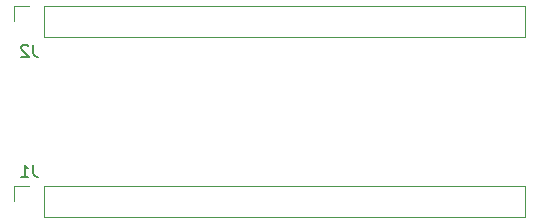
<source format=gbr>
%TF.GenerationSoftware,KiCad,Pcbnew,8.0.8*%
%TF.CreationDate,2025-03-12T17:16:12-06:00*%
%TF.ProjectId,Final_Project_Space_PCB,46696e61-6c5f-4507-926f-6a6563745f53,rev?*%
%TF.SameCoordinates,Original*%
%TF.FileFunction,Legend,Bot*%
%TF.FilePolarity,Positive*%
%FSLAX46Y46*%
G04 Gerber Fmt 4.6, Leading zero omitted, Abs format (unit mm)*
G04 Created by KiCad (PCBNEW 8.0.8) date 2025-03-12 17:16:12*
%MOMM*%
%LPD*%
G01*
G04 APERTURE LIST*
%ADD10C,0.150000*%
%ADD11C,0.120000*%
G04 APERTURE END LIST*
D10*
X104143333Y-95644819D02*
X104143333Y-96359104D01*
X104143333Y-96359104D02*
X104190952Y-96501961D01*
X104190952Y-96501961D02*
X104286190Y-96597200D01*
X104286190Y-96597200D02*
X104429047Y-96644819D01*
X104429047Y-96644819D02*
X104524285Y-96644819D01*
X103143333Y-96644819D02*
X103714761Y-96644819D01*
X103429047Y-96644819D02*
X103429047Y-95644819D01*
X103429047Y-95644819D02*
X103524285Y-95787676D01*
X103524285Y-95787676D02*
X103619523Y-95882914D01*
X103619523Y-95882914D02*
X103714761Y-95930533D01*
X104143333Y-85484819D02*
X104143333Y-86199104D01*
X104143333Y-86199104D02*
X104190952Y-86341961D01*
X104190952Y-86341961D02*
X104286190Y-86437200D01*
X104286190Y-86437200D02*
X104429047Y-86484819D01*
X104429047Y-86484819D02*
X104524285Y-86484819D01*
X103714761Y-85580057D02*
X103667142Y-85532438D01*
X103667142Y-85532438D02*
X103571904Y-85484819D01*
X103571904Y-85484819D02*
X103333809Y-85484819D01*
X103333809Y-85484819D02*
X103238571Y-85532438D01*
X103238571Y-85532438D02*
X103190952Y-85580057D01*
X103190952Y-85580057D02*
X103143333Y-85675295D01*
X103143333Y-85675295D02*
X103143333Y-85770533D01*
X103143333Y-85770533D02*
X103190952Y-85913390D01*
X103190952Y-85913390D02*
X103762380Y-86484819D01*
X103762380Y-86484819D02*
X103143333Y-86484819D01*
D11*
%TO.C,J1*%
X102480000Y-97400000D02*
X102480000Y-98730000D01*
X103810000Y-97400000D02*
X102480000Y-97400000D01*
X105080000Y-97400000D02*
X105080000Y-100060000D01*
X105080000Y-97400000D02*
X145780000Y-97400000D01*
X105080000Y-100060000D02*
X145780000Y-100060000D01*
X145780000Y-97400000D02*
X145780000Y-100060000D01*
%TO.C,J2*%
X102480000Y-82160000D02*
X102480000Y-83490000D01*
X103810000Y-82160000D02*
X102480000Y-82160000D01*
X105080000Y-82160000D02*
X105080000Y-84820000D01*
X105080000Y-82160000D02*
X145780000Y-82160000D01*
X105080000Y-84820000D02*
X145780000Y-84820000D01*
X145780000Y-82160000D02*
X145780000Y-84820000D01*
%TD*%
M02*

</source>
